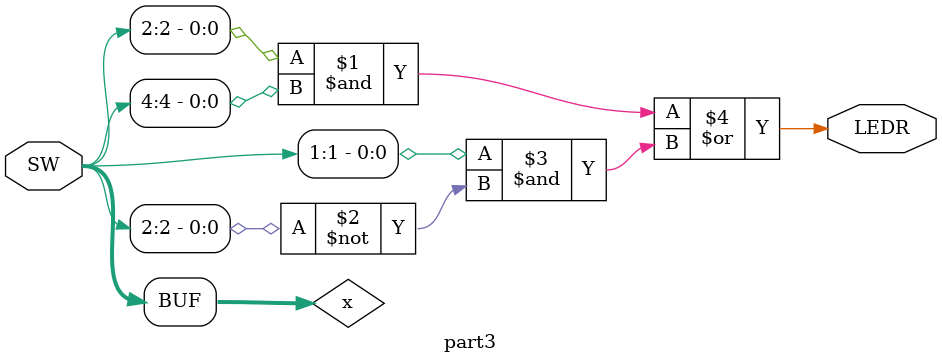
<source format=v>
module part3(input [4:1]SW, output [0:0]LEDR);

	wire [3:0]x = SW;
	assign LEDR[0] = x[1] & x[3] | x[0] & ~x[1];
	
endmodule 
</source>
